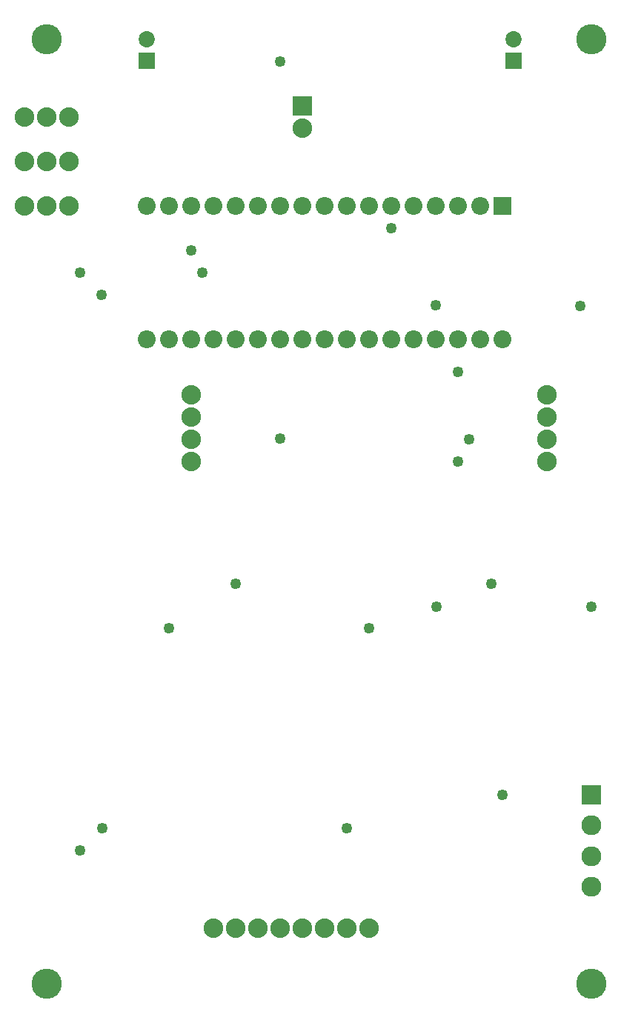
<source format=gts>
G04 MADE WITH FRITZING*
G04 WWW.FRITZING.ORG*
G04 DOUBLE SIDED*
G04 HOLES PLATED*
G04 CONTOUR ON CENTER OF CONTOUR VECTOR*
%ASAXBY*%
%FSLAX23Y23*%
%MOIN*%
%OFA0B0*%
%SFA1.0B1.0*%
%ADD10C,0.049370*%
%ADD11C,0.088000*%
%ADD12C,0.080555*%
%ADD13C,0.080583*%
%ADD14C,0.090000*%
%ADD15C,0.072992*%
%ADD16C,0.135984*%
%ADD17R,0.080542X0.080570*%
%ADD18R,0.090000X0.090000*%
%ADD19R,0.072992X0.072992*%
%ADD20R,0.088000X0.088000*%
%LNMASK1*%
G90*
G70*
G54D10*
X424Y3254D03*
G54D11*
X277Y4056D03*
X177Y4056D03*
X77Y4056D03*
X277Y3856D03*
X177Y3856D03*
X77Y3856D03*
X277Y3656D03*
X177Y3656D03*
X77Y3656D03*
X927Y406D03*
X1027Y406D03*
X1127Y406D03*
X1227Y406D03*
X1327Y406D03*
X1427Y406D03*
X1527Y406D03*
X1627Y406D03*
G54D12*
X2227Y3656D03*
X2127Y3656D03*
X2027Y3656D03*
X1927Y3656D03*
X1827Y3656D03*
X1727Y3656D03*
X1627Y3656D03*
X1527Y3656D03*
X1427Y3656D03*
G54D13*
X1327Y3656D03*
X1227Y3656D03*
X1127Y3656D03*
G54D12*
X1027Y3656D03*
X927Y3656D03*
G54D13*
X827Y3656D03*
X727Y3656D03*
X627Y3656D03*
G54D12*
X2227Y3056D03*
X2127Y3056D03*
X2027Y3056D03*
X1927Y3056D03*
X1827Y3056D03*
X1727Y3056D03*
X1427Y3056D03*
G54D13*
X1327Y3056D03*
G54D12*
X1527Y3056D03*
X1627Y3056D03*
G54D13*
X1227Y3056D03*
X1127Y3056D03*
G54D12*
X1027Y3056D03*
X927Y3056D03*
G54D13*
X827Y3056D03*
X727Y3056D03*
X627Y3056D03*
G54D14*
X2627Y1006D03*
X2627Y868D03*
X2627Y730D03*
X2627Y592D03*
G54D15*
X627Y4307D03*
X627Y4406D03*
X2277Y4307D03*
X2277Y4406D03*
G54D11*
X1327Y4106D03*
X1327Y4006D03*
G54D10*
X2627Y1853D03*
X1929Y1853D03*
X1226Y4304D03*
X1727Y3554D03*
G54D16*
X2627Y4406D03*
X177Y4406D03*
X2627Y156D03*
X177Y156D03*
G54D11*
X827Y2806D03*
X827Y2706D03*
X827Y2606D03*
X827Y2506D03*
X2427Y2806D03*
X2427Y2706D03*
X2427Y2606D03*
X2427Y2506D03*
G54D10*
X2028Y2504D03*
X2077Y2604D03*
X1228Y2608D03*
X2028Y2908D03*
X2177Y1956D03*
X1025Y1956D03*
X1628Y1754D03*
X726Y1754D03*
X1528Y856D03*
X425Y856D03*
X877Y3356D03*
X2225Y1004D03*
X828Y3456D03*
X328Y3356D03*
X328Y756D03*
X2577Y3204D03*
X1925Y3208D03*
G54D17*
X2227Y3656D03*
G54D18*
X2627Y1006D03*
G54D19*
X627Y4307D03*
X2277Y4307D03*
G54D20*
X1327Y4106D03*
G04 End of Mask1*
M02*
</source>
